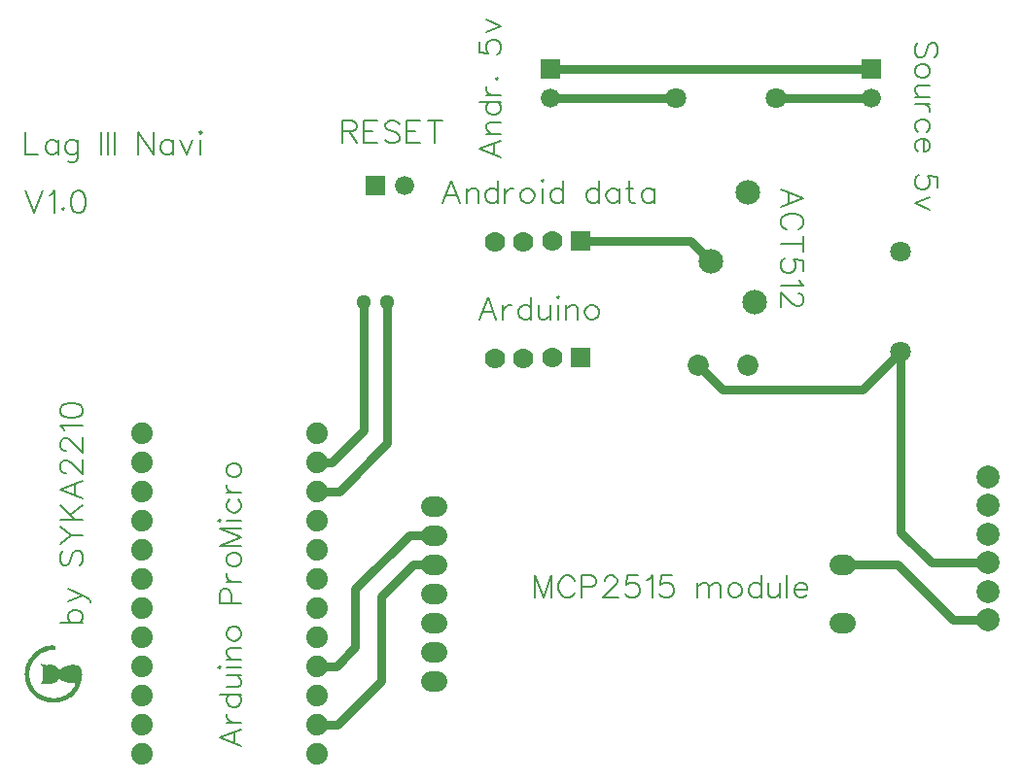
<source format=gtl>
G04 Layer: TopLayer*
G04 EasyEDA v6.4.19.5, 2021-06-12T21:58:25+03:00*
G04 1ff6661c721349f79f7509290fd69735,53ba2d9ccfca4158b71df57a2e042f82,10*
G04 Gerber Generator version 0.2*
G04 Scale: 100 percent, Rotated: No, Reflected: No *
G04 Dimensions in millimeters *
G04 leading zeros omitted , absolute positions ,4 integer and 5 decimal *
%FSLAX45Y45*%
%MOMM*%

%ADD11C,0.8000*%
%ADD12C,0.2032*%
%ADD13C,1.8000*%
%ADD14C,1.8796*%
%ADD15R,1.6764X1.6764*%
%ADD16C,1.6764*%
%ADD17C,1.3000*%
%ADD18C,2.0000*%
%ADD19R,1.7780X1.7780*%
%ADD20C,1.7780*%
%ADD21C,2.1501*%
%ADD22C,1.8499*%

%LPD*%
G36*
X488543Y-5533847D02*
G01*
X482955Y-5534050D01*
X476656Y-5534558D01*
X462330Y-5536539D01*
X446735Y-5539486D01*
X430936Y-5543245D01*
X416051Y-5547563D01*
X409295Y-5549798D01*
X397764Y-5554421D01*
X386994Y-5559501D01*
X376326Y-5565292D01*
X365810Y-5571642D01*
X355498Y-5578602D01*
X345389Y-5586069D01*
X335635Y-5593994D01*
X326237Y-5602376D01*
X317296Y-5611164D01*
X308813Y-5620258D01*
X300888Y-5629656D01*
X293522Y-5639308D01*
X286512Y-5649620D01*
X279806Y-5660796D01*
X273710Y-5672226D01*
X268224Y-5684012D01*
X263347Y-5696000D01*
X259130Y-5708243D01*
X255524Y-5720689D01*
X252526Y-5733338D01*
X250240Y-5746038D01*
X248564Y-5758840D01*
X247548Y-5771743D01*
X247192Y-5784646D01*
X247497Y-5797499D01*
X248513Y-5810351D01*
X250190Y-5823102D01*
X252577Y-5835751D01*
X255625Y-5848248D01*
X259283Y-5860592D01*
X263550Y-5872581D01*
X268376Y-5884316D01*
X273761Y-5895695D01*
X279654Y-5906719D01*
X286054Y-5917438D01*
X292963Y-5927750D01*
X300380Y-5937707D01*
X308254Y-5947257D01*
X316585Y-5956401D01*
X325374Y-5965088D01*
X334568Y-5973368D01*
X344170Y-5981192D01*
X354177Y-5988507D01*
X364591Y-5995365D01*
X375361Y-6001715D01*
X386486Y-6007557D01*
X397916Y-6012891D01*
X409701Y-6017615D01*
X421792Y-6021832D01*
X434136Y-6025438D01*
X446430Y-6028385D01*
X458419Y-6030671D01*
X470357Y-6032296D01*
X482295Y-6033312D01*
X494182Y-6033770D01*
X505968Y-6033668D01*
X517702Y-6032957D01*
X529285Y-6031738D01*
X540766Y-6029909D01*
X552145Y-6027623D01*
X563372Y-6024727D01*
X574395Y-6021374D01*
X585216Y-6017514D01*
X595884Y-6013145D01*
X606298Y-6008319D01*
X616508Y-6002985D01*
X626414Y-5997244D01*
X636066Y-5990996D01*
X645464Y-5984341D01*
X654558Y-5977280D01*
X663295Y-5969762D01*
X671728Y-5961888D01*
X679754Y-5953556D01*
X687476Y-5944870D01*
X694791Y-5935827D01*
X701700Y-5926378D01*
X708152Y-5916625D01*
X714197Y-5906465D01*
X719785Y-5896051D01*
X724916Y-5885281D01*
X729538Y-5874207D01*
X733704Y-5862828D01*
X737311Y-5851144D01*
X740359Y-5839206D01*
X743356Y-5824677D01*
X745744Y-5808472D01*
X746556Y-5800801D01*
X747268Y-5786170D01*
X746861Y-5772658D01*
X746252Y-5766308D01*
X745337Y-5760212D01*
X744169Y-5754471D01*
X742746Y-5748985D01*
X741019Y-5743803D01*
X739038Y-5738926D01*
X736803Y-5734405D01*
X734314Y-5730138D01*
X731520Y-5726176D01*
X728472Y-5722569D01*
X725170Y-5719318D01*
X721614Y-5716320D01*
X717753Y-5713730D01*
X713689Y-5711444D01*
X709320Y-5709513D01*
X704697Y-5707888D01*
X699109Y-5706414D01*
X693267Y-5705195D01*
X687222Y-5704281D01*
X680923Y-5703671D01*
X674522Y-5703316D01*
X667969Y-5703214D01*
X654608Y-5703824D01*
X641045Y-5705398D01*
X627583Y-5707938D01*
X614375Y-5711393D01*
X607974Y-5713374D01*
X601726Y-5715609D01*
X589889Y-5720638D01*
X584301Y-5723432D01*
X578967Y-5726430D01*
X573989Y-5729579D01*
X569366Y-5732881D01*
X565048Y-5736336D01*
X555701Y-5745022D01*
X551688Y-5747918D01*
X549046Y-5748731D01*
X547674Y-5747410D01*
X545693Y-5743549D01*
X542239Y-5738774D01*
X537667Y-5733440D01*
X532231Y-5727852D01*
X526389Y-5722416D01*
X520446Y-5717438D01*
X514705Y-5713222D01*
X509524Y-5710072D01*
X503021Y-5707227D01*
X495960Y-5704840D01*
X488543Y-5703062D01*
X480974Y-5701842D01*
X473405Y-5701233D01*
X466090Y-5701233D01*
X459079Y-5701893D01*
X446024Y-5704636D01*
X439826Y-5704992D01*
X433374Y-5704179D01*
X420319Y-5700572D01*
X407466Y-5697524D01*
X395630Y-5695442D01*
X391109Y-5694934D01*
X388112Y-5694883D01*
X386994Y-5695391D01*
X389940Y-5703062D01*
X400100Y-5727344D01*
X402437Y-5733542D01*
X404114Y-5739028D01*
X405180Y-5744311D01*
X405739Y-5749798D01*
X405892Y-5756046D01*
X404672Y-5785002D01*
X404672Y-5796483D01*
X405231Y-5805982D01*
X405688Y-5809589D01*
X407212Y-5818174D01*
X406450Y-5824880D01*
X403504Y-5833719D01*
X387908Y-5869330D01*
X386994Y-5871972D01*
X387959Y-5872937D01*
X390499Y-5873546D01*
X394411Y-5873750D01*
X399338Y-5873648D01*
X411226Y-5872378D01*
X417525Y-5871260D01*
X427228Y-5869178D01*
X436422Y-5867958D01*
X447446Y-5867146D01*
X458876Y-5866841D01*
X471119Y-5867044D01*
X482600Y-5866638D01*
X487476Y-5866130D01*
X491998Y-5865317D01*
X496214Y-5864301D01*
X500278Y-5862929D01*
X504291Y-5861304D01*
X509574Y-5858510D01*
X515315Y-5854649D01*
X521309Y-5850026D01*
X527253Y-5844743D01*
X532942Y-5839155D01*
X538124Y-5833465D01*
X542544Y-5827826D01*
X545947Y-5822543D01*
X548030Y-5820105D01*
X550976Y-5820257D01*
X555752Y-5823508D01*
X567588Y-5833922D01*
X576580Y-5840628D01*
X581406Y-5843676D01*
X586384Y-5846470D01*
X591616Y-5849061D01*
X602691Y-5853582D01*
X608533Y-5855512D01*
X620979Y-5858713D01*
X634339Y-5861050D01*
X641451Y-5861964D01*
X656386Y-5863082D01*
X678383Y-5864352D01*
X682752Y-5865063D01*
X685800Y-5866079D01*
X687578Y-5867603D01*
X688136Y-5869686D01*
X687578Y-5872530D01*
X686054Y-5876188D01*
X680161Y-5886551D01*
X673100Y-5898184D01*
X666191Y-5907836D01*
X658012Y-5917793D01*
X648868Y-5927699D01*
X639064Y-5937300D01*
X628853Y-5946394D01*
X618490Y-5954623D01*
X608330Y-5961735D01*
X598220Y-5967730D01*
X587756Y-5973114D01*
X577088Y-5977890D01*
X566216Y-5982004D01*
X555193Y-5985510D01*
X544068Y-5988354D01*
X532841Y-5990590D01*
X521563Y-5992215D01*
X510235Y-5993231D01*
X498856Y-5993587D01*
X487527Y-5993384D01*
X476250Y-5992520D01*
X465023Y-5991098D01*
X453847Y-5989066D01*
X442823Y-5986424D01*
X431901Y-5983173D01*
X421182Y-5979363D01*
X410667Y-5974943D01*
X400354Y-5969914D01*
X390296Y-5964326D01*
X380492Y-5958179D01*
X370992Y-5951423D01*
X361848Y-5944158D01*
X353009Y-5936284D01*
X344424Y-5927648D01*
X336245Y-5918504D01*
X328726Y-5909005D01*
X321818Y-5899150D01*
X315518Y-5889040D01*
X309880Y-5878677D01*
X304850Y-5868060D01*
X300431Y-5857240D01*
X296672Y-5846267D01*
X293522Y-5835142D01*
X291033Y-5823915D01*
X289153Y-5812536D01*
X287883Y-5801106D01*
X287274Y-5789676D01*
X287274Y-5778195D01*
X287934Y-5766714D01*
X289204Y-5755335D01*
X291084Y-5743956D01*
X293624Y-5732729D01*
X296773Y-5721604D01*
X300583Y-5710580D01*
X305003Y-5699810D01*
X310032Y-5689193D01*
X315722Y-5678830D01*
X322021Y-5668721D01*
X328930Y-5658916D01*
X336499Y-5649417D01*
X344678Y-5640222D01*
X353517Y-5631434D01*
X362813Y-5623153D01*
X372465Y-5615533D01*
X382473Y-5608472D01*
X392836Y-5602071D01*
X403504Y-5596280D01*
X414426Y-5591149D01*
X425653Y-5586679D01*
X437134Y-5582869D01*
X448818Y-5579770D01*
X460756Y-5577332D01*
X472846Y-5575554D01*
X491134Y-5573623D01*
X500176Y-5571896D01*
X506628Y-5569610D01*
X510895Y-5566664D01*
X513943Y-5562955D01*
X515924Y-5559196D01*
X516940Y-5555437D01*
X516940Y-5551728D01*
X516026Y-5548172D01*
X514248Y-5544820D01*
X511708Y-5541772D01*
X508355Y-5539130D01*
X504342Y-5536946D01*
X499668Y-5535269D01*
X494385Y-5534202D01*
G37*
D12*
X3009900Y-963421D02*
G01*
X3009900Y-1157223D01*
X3009900Y-963421D02*
G01*
X3092958Y-963421D01*
X3120643Y-972565D01*
X3130041Y-981710D01*
X3139186Y-1000252D01*
X3139186Y-1018794D01*
X3130041Y-1037336D01*
X3120643Y-1046479D01*
X3092958Y-1055623D01*
X3009900Y-1055623D01*
X3074670Y-1055623D02*
G01*
X3139186Y-1157223D01*
X3200145Y-963421D02*
G01*
X3200145Y-1157223D01*
X3200145Y-963421D02*
G01*
X3320288Y-963421D01*
X3200145Y-1055623D02*
G01*
X3274059Y-1055623D01*
X3200145Y-1157223D02*
G01*
X3320288Y-1157223D01*
X3510534Y-991107D02*
G01*
X3491991Y-972565D01*
X3464306Y-963421D01*
X3427475Y-963421D01*
X3399790Y-972565D01*
X3381247Y-991107D01*
X3381247Y-1009650D01*
X3390391Y-1027937D01*
X3399790Y-1037336D01*
X3418077Y-1046479D01*
X3473450Y-1065021D01*
X3491991Y-1074165D01*
X3501390Y-1083310D01*
X3510534Y-1101852D01*
X3510534Y-1129537D01*
X3491991Y-1148079D01*
X3464306Y-1157223D01*
X3427475Y-1157223D01*
X3399790Y-1148079D01*
X3381247Y-1129537D01*
X3571493Y-963421D02*
G01*
X3571493Y-1157223D01*
X3571493Y-963421D02*
G01*
X3691636Y-963421D01*
X3571493Y-1055623D02*
G01*
X3645408Y-1055623D01*
X3571493Y-1157223D02*
G01*
X3691636Y-1157223D01*
X3817111Y-963421D02*
G01*
X3817111Y-1157223D01*
X3752595Y-963421D02*
G01*
X3881881Y-963421D01*
X4686300Y-4925821D02*
G01*
X4686300Y-5119623D01*
X4686300Y-4925821D02*
G01*
X4760213Y-5119623D01*
X4834127Y-4925821D02*
G01*
X4760213Y-5119623D01*
X4834127Y-4925821D02*
G01*
X4834127Y-5119623D01*
X5033518Y-4972050D02*
G01*
X5024374Y-4953507D01*
X5005831Y-4934965D01*
X4987290Y-4925821D01*
X4950459Y-4925821D01*
X4931918Y-4934965D01*
X4913629Y-4953507D01*
X4904231Y-4972050D01*
X4895088Y-4999736D01*
X4895088Y-5045710D01*
X4904231Y-5073650D01*
X4913629Y-5091937D01*
X4931918Y-5110479D01*
X4950459Y-5119623D01*
X4987290Y-5119623D01*
X5005831Y-5110479D01*
X5024374Y-5091937D01*
X5033518Y-5073650D01*
X5094477Y-4925821D02*
G01*
X5094477Y-5119623D01*
X5094477Y-4925821D02*
G01*
X5177790Y-4925821D01*
X5205475Y-4934965D01*
X5214620Y-4944110D01*
X5223763Y-4962652D01*
X5223763Y-4990337D01*
X5214620Y-5008879D01*
X5205475Y-5018023D01*
X5177790Y-5027421D01*
X5094477Y-5027421D01*
X5294122Y-4972050D02*
G01*
X5294122Y-4962652D01*
X5303265Y-4944110D01*
X5312409Y-4934965D01*
X5330952Y-4925821D01*
X5368036Y-4925821D01*
X5386324Y-4934965D01*
X5395722Y-4944110D01*
X5404865Y-4962652D01*
X5404865Y-4981194D01*
X5395722Y-4999736D01*
X5377179Y-5027421D01*
X5284724Y-5119623D01*
X5414009Y-5119623D01*
X5585968Y-4925821D02*
G01*
X5493511Y-4925821D01*
X5484368Y-5008879D01*
X5493511Y-4999736D01*
X5521197Y-4990337D01*
X5548884Y-4990337D01*
X5576570Y-4999736D01*
X5595111Y-5018023D01*
X5604509Y-5045710D01*
X5604509Y-5064252D01*
X5595111Y-5091937D01*
X5576570Y-5110479D01*
X5548884Y-5119623D01*
X5521197Y-5119623D01*
X5493511Y-5110479D01*
X5484368Y-5101336D01*
X5474970Y-5082794D01*
X5665470Y-4962652D02*
G01*
X5683758Y-4953507D01*
X5711443Y-4925821D01*
X5711443Y-5119623D01*
X5883402Y-4925821D02*
G01*
X5790945Y-4925821D01*
X5781802Y-5008879D01*
X5790945Y-4999736D01*
X5818631Y-4990337D01*
X5846318Y-4990337D01*
X5874004Y-4999736D01*
X5892545Y-5018023D01*
X5901690Y-5045710D01*
X5901690Y-5064252D01*
X5892545Y-5091937D01*
X5874004Y-5110479D01*
X5846318Y-5119623D01*
X5818631Y-5119623D01*
X5790945Y-5110479D01*
X5781802Y-5101336D01*
X5772404Y-5082794D01*
X6104890Y-4990337D02*
G01*
X6104890Y-5119623D01*
X6104890Y-5027421D02*
G01*
X6132829Y-4999736D01*
X6151118Y-4990337D01*
X6178804Y-4990337D01*
X6197345Y-4999736D01*
X6206490Y-5027421D01*
X6206490Y-5119623D01*
X6206490Y-5027421D02*
G01*
X6234429Y-4999736D01*
X6252718Y-4990337D01*
X6280404Y-4990337D01*
X6298945Y-4999736D01*
X6308090Y-5027421D01*
X6308090Y-5119623D01*
X6415277Y-4990337D02*
G01*
X6396990Y-4999736D01*
X6378447Y-5018023D01*
X6369050Y-5045710D01*
X6369050Y-5064252D01*
X6378447Y-5091937D01*
X6396990Y-5110479D01*
X6415277Y-5119623D01*
X6442963Y-5119623D01*
X6461506Y-5110479D01*
X6480047Y-5091937D01*
X6489191Y-5064252D01*
X6489191Y-5045710D01*
X6480047Y-5018023D01*
X6461506Y-4999736D01*
X6442963Y-4990337D01*
X6415277Y-4990337D01*
X6661150Y-4925821D02*
G01*
X6661150Y-5119623D01*
X6661150Y-5018023D02*
G01*
X6642608Y-4999736D01*
X6624065Y-4990337D01*
X6596379Y-4990337D01*
X6577838Y-4999736D01*
X6559550Y-5018023D01*
X6550152Y-5045710D01*
X6550152Y-5064252D01*
X6559550Y-5091937D01*
X6577838Y-5110479D01*
X6596379Y-5119623D01*
X6624065Y-5119623D01*
X6642608Y-5110479D01*
X6661150Y-5091937D01*
X6722109Y-4990337D02*
G01*
X6722109Y-5082794D01*
X6731254Y-5110479D01*
X6749795Y-5119623D01*
X6777481Y-5119623D01*
X6795770Y-5110479D01*
X6823709Y-5082794D01*
X6823709Y-4990337D02*
G01*
X6823709Y-5119623D01*
X6884670Y-4925821D02*
G01*
X6884670Y-5119623D01*
X6945629Y-5045710D02*
G01*
X7056374Y-5045710D01*
X7056374Y-5027421D01*
X7047229Y-5008879D01*
X7037831Y-4999736D01*
X7019290Y-4990337D01*
X6991604Y-4990337D01*
X6973315Y-4999736D01*
X6954774Y-5018023D01*
X6945629Y-5045710D01*
X6945629Y-5064252D01*
X6954774Y-5091937D01*
X6973315Y-5110479D01*
X6991604Y-5119623D01*
X7019290Y-5119623D01*
X7037831Y-5110479D01*
X7056374Y-5091937D01*
X7024877Y-1636013D02*
G01*
X6831075Y-1562100D01*
X7024877Y-1636013D02*
G01*
X6831075Y-1709928D01*
X6895591Y-1589786D02*
G01*
X6895591Y-1682242D01*
X6978650Y-1909318D02*
G01*
X6997191Y-1900173D01*
X7015734Y-1881631D01*
X7024877Y-1863089D01*
X7024877Y-1826260D01*
X7015734Y-1807718D01*
X6997191Y-1789429D01*
X6978650Y-1780031D01*
X6950963Y-1770887D01*
X6904990Y-1770887D01*
X6877050Y-1780031D01*
X6858761Y-1789429D01*
X6840220Y-1807718D01*
X6831075Y-1826260D01*
X6831075Y-1863089D01*
X6840220Y-1881631D01*
X6858761Y-1900173D01*
X6877050Y-1909318D01*
X7024877Y-2035047D02*
G01*
X6831075Y-2035047D01*
X7024877Y-1970278D02*
G01*
X7024877Y-2099563D01*
X7024877Y-2271521D02*
G01*
X7024877Y-2179065D01*
X6941820Y-2169921D01*
X6950963Y-2179065D01*
X6960361Y-2206752D01*
X6960361Y-2234437D01*
X6950963Y-2262123D01*
X6932675Y-2280665D01*
X6904990Y-2289810D01*
X6886447Y-2289810D01*
X6858761Y-2280665D01*
X6840220Y-2262123D01*
X6831075Y-2234437D01*
X6831075Y-2206752D01*
X6840220Y-2179065D01*
X6849363Y-2169921D01*
X6867906Y-2160523D01*
X6988047Y-2350770D02*
G01*
X6997191Y-2369312D01*
X7024877Y-2396997D01*
X6831075Y-2396997D01*
X6978650Y-2467355D02*
G01*
X6988047Y-2467355D01*
X7006590Y-2476500D01*
X7015734Y-2485644D01*
X7024877Y-2504186D01*
X7024877Y-2541270D01*
X7015734Y-2559557D01*
X7006590Y-2568955D01*
X6988047Y-2578100D01*
X6969506Y-2578100D01*
X6950963Y-2568955D01*
X6923277Y-2550413D01*
X6831075Y-2457957D01*
X6831075Y-2587244D01*
X8165591Y-408686D02*
G01*
X8184134Y-390144D01*
X8193277Y-362457D01*
X8193277Y-325628D01*
X8184134Y-297942D01*
X8165591Y-279400D01*
X8147050Y-279400D01*
X8128761Y-288544D01*
X8119363Y-297942D01*
X8110220Y-316229D01*
X8091677Y-371855D01*
X8082534Y-390144D01*
X8073390Y-399542D01*
X8054847Y-408686D01*
X8027161Y-408686D01*
X8008620Y-390144D01*
X7999475Y-362457D01*
X7999475Y-325628D01*
X8008620Y-297942D01*
X8027161Y-279400D01*
X8128761Y-515873D02*
G01*
X8119363Y-497331D01*
X8101075Y-478789D01*
X8073390Y-469645D01*
X8054847Y-469645D01*
X8027161Y-478789D01*
X8008620Y-497331D01*
X7999475Y-515873D01*
X7999475Y-543560D01*
X8008620Y-562102D01*
X8027161Y-580389D01*
X8054847Y-589787D01*
X8073390Y-589787D01*
X8101075Y-580389D01*
X8119363Y-562102D01*
X8128761Y-543560D01*
X8128761Y-515873D01*
X8128761Y-650747D02*
G01*
X8036306Y-650747D01*
X8008620Y-659892D01*
X7999475Y-678434D01*
X7999475Y-706120D01*
X8008620Y-724662D01*
X8036306Y-752347D01*
X8128761Y-752347D02*
G01*
X7999475Y-752347D01*
X8128761Y-813307D02*
G01*
X7999475Y-813307D01*
X8073390Y-813307D02*
G01*
X8101075Y-822452D01*
X8119363Y-840994D01*
X8128761Y-859536D01*
X8128761Y-887221D01*
X8101075Y-1058926D02*
G01*
X8119363Y-1040384D01*
X8128761Y-1022095D01*
X8128761Y-994410D01*
X8119363Y-975868D01*
X8101075Y-957326D01*
X8073390Y-948181D01*
X8054847Y-948181D01*
X8027161Y-957326D01*
X8008620Y-975868D01*
X7999475Y-994410D01*
X7999475Y-1022095D01*
X8008620Y-1040384D01*
X8027161Y-1058926D01*
X8073390Y-1119886D02*
G01*
X8073390Y-1230629D01*
X8091677Y-1230629D01*
X8110220Y-1221486D01*
X8119363Y-1212342D01*
X8128761Y-1193800D01*
X8128761Y-1166113D01*
X8119363Y-1147571D01*
X8101075Y-1129029D01*
X8073390Y-1119886D01*
X8054847Y-1119886D01*
X8027161Y-1129029D01*
X8008620Y-1147571D01*
X7999475Y-1166113D01*
X7999475Y-1193800D01*
X8008620Y-1212342D01*
X8027161Y-1230629D01*
X8193277Y-1544828D02*
G01*
X8193277Y-1452371D01*
X8110220Y-1443228D01*
X8119363Y-1452371D01*
X8128761Y-1480057D01*
X8128761Y-1507744D01*
X8119363Y-1535429D01*
X8101075Y-1553971D01*
X8073390Y-1563370D01*
X8054847Y-1563370D01*
X8027161Y-1553971D01*
X8008620Y-1535429D01*
X7999475Y-1507744D01*
X7999475Y-1480057D01*
X8008620Y-1452371D01*
X8017763Y-1443228D01*
X8036306Y-1433829D01*
X8128761Y-1624329D02*
G01*
X7999475Y-1679702D01*
X8128761Y-1735073D02*
G01*
X7999475Y-1679702D01*
X4201922Y-1208786D02*
G01*
X4395724Y-1282700D01*
X4201922Y-1208786D02*
G01*
X4395724Y-1134871D01*
X4331208Y-1255013D02*
G01*
X4331208Y-1162557D01*
X4266438Y-1073912D02*
G01*
X4395724Y-1073912D01*
X4303522Y-1073912D02*
G01*
X4275836Y-1046226D01*
X4266438Y-1027684D01*
X4266438Y-999997D01*
X4275836Y-981710D01*
X4303522Y-972312D01*
X4395724Y-972312D01*
X4201922Y-800607D02*
G01*
X4395724Y-800607D01*
X4294124Y-800607D02*
G01*
X4275836Y-819150D01*
X4266438Y-837437D01*
X4266438Y-865123D01*
X4275836Y-883665D01*
X4294124Y-902207D01*
X4321809Y-911352D01*
X4340352Y-911352D01*
X4368038Y-902207D01*
X4386579Y-883665D01*
X4395724Y-865123D01*
X4395724Y-837437D01*
X4386579Y-819150D01*
X4368038Y-800607D01*
X4266438Y-739647D02*
G01*
X4395724Y-739647D01*
X4321809Y-739647D02*
G01*
X4294124Y-730250D01*
X4275836Y-711962D01*
X4266438Y-693420D01*
X4266438Y-665734D01*
X4349750Y-595629D02*
G01*
X4358893Y-604773D01*
X4368038Y-595629D01*
X4358893Y-586231D01*
X4349750Y-595629D01*
X4201922Y-272287D02*
G01*
X4201922Y-364489D01*
X4284979Y-373887D01*
X4275836Y-364489D01*
X4266438Y-336804D01*
X4266438Y-309118D01*
X4275836Y-281431D01*
X4294124Y-262889D01*
X4321809Y-253745D01*
X4340352Y-253745D01*
X4368038Y-262889D01*
X4386579Y-281431D01*
X4395724Y-309118D01*
X4395724Y-336804D01*
X4386579Y-364489D01*
X4377436Y-373887D01*
X4358893Y-383031D01*
X4266438Y-192786D02*
G01*
X4395724Y-137413D01*
X4266438Y-82042D02*
G01*
X4395724Y-137413D01*
X4277613Y-2500121D02*
G01*
X4203700Y-2693923D01*
X4277613Y-2500121D02*
G01*
X4351527Y-2693923D01*
X4231386Y-2629407D02*
G01*
X4323841Y-2629407D01*
X4412488Y-2564637D02*
G01*
X4412488Y-2693923D01*
X4412488Y-2620010D02*
G01*
X4421631Y-2592323D01*
X4440174Y-2574036D01*
X4458715Y-2564637D01*
X4486402Y-2564637D01*
X4658106Y-2500121D02*
G01*
X4658106Y-2693923D01*
X4658106Y-2592323D02*
G01*
X4639563Y-2574036D01*
X4621275Y-2564637D01*
X4593590Y-2564637D01*
X4575047Y-2574036D01*
X4556506Y-2592323D01*
X4547361Y-2620010D01*
X4547361Y-2638552D01*
X4556506Y-2666237D01*
X4575047Y-2684779D01*
X4593590Y-2693923D01*
X4621275Y-2693923D01*
X4639563Y-2684779D01*
X4658106Y-2666237D01*
X4719065Y-2564637D02*
G01*
X4719065Y-2657094D01*
X4728209Y-2684779D01*
X4746752Y-2693923D01*
X4774438Y-2693923D01*
X4792979Y-2684779D01*
X4820665Y-2657094D01*
X4820665Y-2564637D02*
G01*
X4820665Y-2693923D01*
X4881625Y-2500121D02*
G01*
X4890770Y-2509265D01*
X4900168Y-2500121D01*
X4890770Y-2490723D01*
X4881625Y-2500121D01*
X4890770Y-2564637D02*
G01*
X4890770Y-2693923D01*
X4961127Y-2564637D02*
G01*
X4961127Y-2693923D01*
X4961127Y-2601721D02*
G01*
X4988813Y-2574036D01*
X5007356Y-2564637D01*
X5035041Y-2564637D01*
X5053329Y-2574036D01*
X5062727Y-2601721D01*
X5062727Y-2693923D01*
X5169915Y-2564637D02*
G01*
X5151374Y-2574036D01*
X5132831Y-2592323D01*
X5123688Y-2620010D01*
X5123688Y-2638552D01*
X5132831Y-2666237D01*
X5151374Y-2684779D01*
X5169915Y-2693923D01*
X5197602Y-2693923D01*
X5215890Y-2684779D01*
X5234431Y-2666237D01*
X5243829Y-2638552D01*
X5243829Y-2620010D01*
X5234431Y-2592323D01*
X5215890Y-2574036D01*
X5197602Y-2564637D01*
X5169915Y-2564637D01*
X3960113Y-1484121D02*
G01*
X3886200Y-1677923D01*
X3960113Y-1484121D02*
G01*
X4034027Y-1677923D01*
X3913886Y-1613407D02*
G01*
X4006341Y-1613407D01*
X4094988Y-1548637D02*
G01*
X4094988Y-1677923D01*
X4094988Y-1585721D02*
G01*
X4122674Y-1558036D01*
X4141215Y-1548637D01*
X4168902Y-1548637D01*
X4187190Y-1558036D01*
X4196588Y-1585721D01*
X4196588Y-1677923D01*
X4368291Y-1484121D02*
G01*
X4368291Y-1677923D01*
X4368291Y-1576323D02*
G01*
X4349750Y-1558036D01*
X4331461Y-1548637D01*
X4303775Y-1548637D01*
X4285234Y-1558036D01*
X4266691Y-1576323D01*
X4257547Y-1604010D01*
X4257547Y-1622552D01*
X4266691Y-1650237D01*
X4285234Y-1668779D01*
X4303775Y-1677923D01*
X4331461Y-1677923D01*
X4349750Y-1668779D01*
X4368291Y-1650237D01*
X4429252Y-1548637D02*
G01*
X4429252Y-1677923D01*
X4429252Y-1604010D02*
G01*
X4438650Y-1576323D01*
X4456938Y-1558036D01*
X4475479Y-1548637D01*
X4503165Y-1548637D01*
X4610354Y-1548637D02*
G01*
X4591811Y-1558036D01*
X4573270Y-1576323D01*
X4564125Y-1604010D01*
X4564125Y-1622552D01*
X4573270Y-1650237D01*
X4591811Y-1668779D01*
X4610354Y-1677923D01*
X4638040Y-1677923D01*
X4656581Y-1668779D01*
X4674870Y-1650237D01*
X4684268Y-1622552D01*
X4684268Y-1604010D01*
X4674870Y-1576323D01*
X4656581Y-1558036D01*
X4638040Y-1548637D01*
X4610354Y-1548637D01*
X4745227Y-1484121D02*
G01*
X4754372Y-1493265D01*
X4763770Y-1484121D01*
X4754372Y-1474723D01*
X4745227Y-1484121D01*
X4754372Y-1548637D02*
G01*
X4754372Y-1677923D01*
X4935474Y-1484121D02*
G01*
X4935474Y-1677923D01*
X4935474Y-1576323D02*
G01*
X4916931Y-1558036D01*
X4898390Y-1548637D01*
X4870704Y-1548637D01*
X4852415Y-1558036D01*
X4833874Y-1576323D01*
X4824729Y-1604010D01*
X4824729Y-1622552D01*
X4833874Y-1650237D01*
X4852415Y-1668779D01*
X4870704Y-1677923D01*
X4898390Y-1677923D01*
X4916931Y-1668779D01*
X4935474Y-1650237D01*
X5249418Y-1484121D02*
G01*
X5249418Y-1677923D01*
X5249418Y-1576323D02*
G01*
X5231129Y-1558036D01*
X5212588Y-1548637D01*
X5184902Y-1548637D01*
X5166359Y-1558036D01*
X5147818Y-1576323D01*
X5138674Y-1604010D01*
X5138674Y-1622552D01*
X5147818Y-1650237D01*
X5166359Y-1668779D01*
X5184902Y-1677923D01*
X5212588Y-1677923D01*
X5231129Y-1668779D01*
X5249418Y-1650237D01*
X5421375Y-1548637D02*
G01*
X5421375Y-1677923D01*
X5421375Y-1576323D02*
G01*
X5402834Y-1558036D01*
X5384291Y-1548637D01*
X5356606Y-1548637D01*
X5338063Y-1558036D01*
X5319775Y-1576323D01*
X5310377Y-1604010D01*
X5310377Y-1622552D01*
X5319775Y-1650237D01*
X5338063Y-1668779D01*
X5356606Y-1677923D01*
X5384291Y-1677923D01*
X5402834Y-1668779D01*
X5421375Y-1650237D01*
X5510022Y-1484121D02*
G01*
X5510022Y-1641094D01*
X5519165Y-1668779D01*
X5537708Y-1677923D01*
X5556250Y-1677923D01*
X5482336Y-1548637D02*
G01*
X5546852Y-1548637D01*
X5727954Y-1548637D02*
G01*
X5727954Y-1677923D01*
X5727954Y-1576323D02*
G01*
X5709411Y-1558036D01*
X5690870Y-1548637D01*
X5663184Y-1548637D01*
X5644895Y-1558036D01*
X5626354Y-1576323D01*
X5617209Y-1604010D01*
X5617209Y-1622552D01*
X5626354Y-1650237D01*
X5644895Y-1668779D01*
X5663184Y-1677923D01*
X5690870Y-1677923D01*
X5709411Y-1668779D01*
X5727954Y-1650237D01*
X1941322Y-6339586D02*
G01*
X2135124Y-6413500D01*
X1941322Y-6339586D02*
G01*
X2135124Y-6265671D01*
X2070608Y-6385813D02*
G01*
X2070608Y-6293357D01*
X2005838Y-6204712D02*
G01*
X2135124Y-6204712D01*
X2061209Y-6204712D02*
G01*
X2033524Y-6195568D01*
X2015236Y-6177026D01*
X2005838Y-6158484D01*
X2005838Y-6130797D01*
X1941322Y-5959094D02*
G01*
X2135124Y-5959094D01*
X2033524Y-5959094D02*
G01*
X2015236Y-5977636D01*
X2005838Y-5995923D01*
X2005838Y-6023610D01*
X2015236Y-6042152D01*
X2033524Y-6060694D01*
X2061209Y-6069837D01*
X2079752Y-6069837D01*
X2107438Y-6060694D01*
X2125979Y-6042152D01*
X2135124Y-6023610D01*
X2135124Y-5995923D01*
X2125979Y-5977636D01*
X2107438Y-5959094D01*
X2005838Y-5898134D02*
G01*
X2098293Y-5898134D01*
X2125979Y-5888989D01*
X2135124Y-5870447D01*
X2135124Y-5842762D01*
X2125979Y-5824220D01*
X2098293Y-5796534D01*
X2005838Y-5796534D02*
G01*
X2135124Y-5796534D01*
X1941322Y-5735573D02*
G01*
X1950465Y-5726429D01*
X1941322Y-5717031D01*
X1931924Y-5726429D01*
X1941322Y-5735573D01*
X2005838Y-5726429D02*
G01*
X2135124Y-5726429D01*
X2005838Y-5656071D02*
G01*
X2135124Y-5656071D01*
X2042922Y-5656071D02*
G01*
X2015236Y-5628386D01*
X2005838Y-5609844D01*
X2005838Y-5582157D01*
X2015236Y-5563870D01*
X2042922Y-5554471D01*
X2135124Y-5554471D01*
X2005838Y-5447284D02*
G01*
X2015236Y-5465826D01*
X2033524Y-5484368D01*
X2061209Y-5493512D01*
X2079752Y-5493512D01*
X2107438Y-5484368D01*
X2125979Y-5465826D01*
X2135124Y-5447284D01*
X2135124Y-5419597D01*
X2125979Y-5401310D01*
X2107438Y-5382768D01*
X2079752Y-5373370D01*
X2061209Y-5373370D01*
X2033524Y-5382768D01*
X2015236Y-5401310D01*
X2005838Y-5419597D01*
X2005838Y-5447284D01*
X1941322Y-5170170D02*
G01*
X2135124Y-5170170D01*
X1941322Y-5170170D02*
G01*
X1941322Y-5087112D01*
X1950465Y-5059426D01*
X1959609Y-5050281D01*
X1978152Y-5040884D01*
X2005838Y-5040884D01*
X2024379Y-5050281D01*
X2033524Y-5059426D01*
X2042922Y-5087112D01*
X2042922Y-5170170D01*
X2005838Y-4979923D02*
G01*
X2135124Y-4979923D01*
X2061209Y-4979923D02*
G01*
X2033524Y-4970779D01*
X2015236Y-4952237D01*
X2005838Y-4933950D01*
X2005838Y-4906010D01*
X2005838Y-4799076D02*
G01*
X2015236Y-4817363D01*
X2033524Y-4835905D01*
X2061209Y-4845050D01*
X2079752Y-4845050D01*
X2107438Y-4835905D01*
X2125979Y-4817363D01*
X2135124Y-4799076D01*
X2135124Y-4771389D01*
X2125979Y-4752847D01*
X2107438Y-4734305D01*
X2079752Y-4725162D01*
X2061209Y-4725162D01*
X2033524Y-4734305D01*
X2015236Y-4752847D01*
X2005838Y-4771389D01*
X2005838Y-4799076D01*
X1941322Y-4664202D02*
G01*
X2135124Y-4664202D01*
X1941322Y-4664202D02*
G01*
X2135124Y-4590287D01*
X1941322Y-4516373D02*
G01*
X2135124Y-4590287D01*
X1941322Y-4516373D02*
G01*
X2135124Y-4516373D01*
X1941322Y-4455413D02*
G01*
X1950465Y-4446270D01*
X1941322Y-4436871D01*
X1931924Y-4446270D01*
X1941322Y-4455413D01*
X2005838Y-4446270D02*
G01*
X2135124Y-4446270D01*
X2033524Y-4265168D02*
G01*
X2015236Y-4283710D01*
X2005838Y-4301997D01*
X2005838Y-4329684D01*
X2015236Y-4348226D01*
X2033524Y-4366768D01*
X2061209Y-4375912D01*
X2079752Y-4375912D01*
X2107438Y-4366768D01*
X2125979Y-4348226D01*
X2135124Y-4329684D01*
X2135124Y-4301997D01*
X2125979Y-4283710D01*
X2107438Y-4265168D01*
X2005838Y-4204207D02*
G01*
X2135124Y-4204207D01*
X2061209Y-4204207D02*
G01*
X2033524Y-4194810D01*
X2015236Y-4176521D01*
X2005838Y-4157979D01*
X2005838Y-4130294D01*
X2005838Y-4023105D02*
G01*
X2015236Y-4041647D01*
X2033524Y-4060189D01*
X2061209Y-4069334D01*
X2079752Y-4069334D01*
X2107438Y-4060189D01*
X2125979Y-4041647D01*
X2135124Y-4023105D01*
X2135124Y-3995420D01*
X2125979Y-3976878D01*
X2107438Y-3958589D01*
X2079752Y-3949192D01*
X2061209Y-3949192D01*
X2033524Y-3958589D01*
X2015236Y-3976878D01*
X2005838Y-3995420D01*
X2005838Y-4023105D01*
X254000Y-1065021D02*
G01*
X254000Y-1258823D01*
X254000Y-1258823D02*
G01*
X364744Y-1258823D01*
X536702Y-1129537D02*
G01*
X536702Y-1258823D01*
X536702Y-1157223D02*
G01*
X518160Y-1138936D01*
X499618Y-1129537D01*
X471931Y-1129537D01*
X453389Y-1138936D01*
X435102Y-1157223D01*
X425704Y-1184910D01*
X425704Y-1203452D01*
X435102Y-1231137D01*
X453389Y-1249679D01*
X471931Y-1258823D01*
X499618Y-1258823D01*
X518160Y-1249679D01*
X536702Y-1231137D01*
X708405Y-1129537D02*
G01*
X708405Y-1277365D01*
X699262Y-1305052D01*
X689863Y-1314450D01*
X671576Y-1323594D01*
X643889Y-1323594D01*
X625347Y-1314450D01*
X708405Y-1157223D02*
G01*
X689863Y-1138936D01*
X671576Y-1129537D01*
X643889Y-1129537D01*
X625347Y-1138936D01*
X606805Y-1157223D01*
X597662Y-1184910D01*
X597662Y-1203452D01*
X606805Y-1231137D01*
X625347Y-1249679D01*
X643889Y-1258823D01*
X671576Y-1258823D01*
X689863Y-1249679D01*
X708405Y-1231137D01*
X911605Y-1065021D02*
G01*
X911605Y-1258823D01*
X972565Y-1065021D02*
G01*
X972565Y-1258823D01*
X1033526Y-1065021D02*
G01*
X1033526Y-1258823D01*
X1236726Y-1065021D02*
G01*
X1236726Y-1258823D01*
X1236726Y-1065021D02*
G01*
X1366012Y-1258823D01*
X1366012Y-1065021D02*
G01*
X1366012Y-1258823D01*
X1537970Y-1129537D02*
G01*
X1537970Y-1258823D01*
X1537970Y-1157223D02*
G01*
X1519428Y-1138936D01*
X1500886Y-1129537D01*
X1473200Y-1129537D01*
X1454657Y-1138936D01*
X1436370Y-1157223D01*
X1426971Y-1184910D01*
X1426971Y-1203452D01*
X1436370Y-1231137D01*
X1454657Y-1249679D01*
X1473200Y-1258823D01*
X1500886Y-1258823D01*
X1519428Y-1249679D01*
X1537970Y-1231137D01*
X1598929Y-1129537D02*
G01*
X1654302Y-1258823D01*
X1709673Y-1129537D02*
G01*
X1654302Y-1258823D01*
X1770634Y-1065021D02*
G01*
X1779778Y-1074165D01*
X1789176Y-1065021D01*
X1779778Y-1055623D01*
X1770634Y-1065021D01*
X1779778Y-1129537D02*
G01*
X1779778Y-1258823D01*
X557021Y-5334000D02*
G01*
X750823Y-5334000D01*
X649223Y-5334000D02*
G01*
X630936Y-5315457D01*
X621537Y-5297170D01*
X621537Y-5269229D01*
X630936Y-5250942D01*
X649223Y-5232400D01*
X676910Y-5223255D01*
X695452Y-5223255D01*
X723137Y-5232400D01*
X741679Y-5250942D01*
X750823Y-5269229D01*
X750823Y-5297170D01*
X741679Y-5315457D01*
X723137Y-5334000D01*
X621537Y-5152897D02*
G01*
X750823Y-5097526D01*
X621537Y-5042154D02*
G01*
X750823Y-5097526D01*
X787907Y-5116068D01*
X806450Y-5134610D01*
X815594Y-5152897D01*
X815594Y-5162295D01*
X584707Y-4709668D02*
G01*
X566165Y-4728210D01*
X557021Y-4755895D01*
X557021Y-4792726D01*
X566165Y-4820412D01*
X584707Y-4838954D01*
X603250Y-4838954D01*
X621537Y-4829810D01*
X630936Y-4820412D01*
X640079Y-4801870D01*
X658621Y-4746497D01*
X667765Y-4728210D01*
X676910Y-4718812D01*
X695452Y-4709668D01*
X723137Y-4709668D01*
X741679Y-4728210D01*
X750823Y-4755895D01*
X750823Y-4792726D01*
X741679Y-4820412D01*
X723137Y-4838954D01*
X557021Y-4648707D02*
G01*
X649223Y-4574794D01*
X750823Y-4574794D01*
X557021Y-4500879D02*
G01*
X649223Y-4574794D01*
X557021Y-4439920D02*
G01*
X750823Y-4439920D01*
X557021Y-4310634D02*
G01*
X686307Y-4439920D01*
X640079Y-4393692D02*
G01*
X750823Y-4310634D01*
X557021Y-4175760D02*
G01*
X750823Y-4249673D01*
X557021Y-4175760D02*
G01*
X750823Y-4101845D01*
X686307Y-4221987D02*
G01*
X686307Y-4129531D01*
X603250Y-4031742D02*
G01*
X593852Y-4031742D01*
X575310Y-4022344D01*
X566165Y-4013200D01*
X557021Y-3994657D01*
X557021Y-3957828D01*
X566165Y-3939286D01*
X575310Y-3930142D01*
X593852Y-3920744D01*
X612394Y-3920744D01*
X630936Y-3930142D01*
X658621Y-3948429D01*
X750823Y-4040886D01*
X750823Y-3911600D01*
X603250Y-3841495D02*
G01*
X593852Y-3841495D01*
X575310Y-3832097D01*
X566165Y-3822954D01*
X557021Y-3804412D01*
X557021Y-3767581D01*
X566165Y-3749039D01*
X575310Y-3739895D01*
X593852Y-3730497D01*
X612394Y-3730497D01*
X630936Y-3739895D01*
X658621Y-3758184D01*
X750823Y-3850639D01*
X750823Y-3721354D01*
X593852Y-3660394D02*
G01*
X584707Y-3641852D01*
X557021Y-3614165D01*
X750823Y-3614165D01*
X557021Y-3497834D02*
G01*
X566165Y-3525520D01*
X593852Y-3544062D01*
X640079Y-3553205D01*
X667765Y-3553205D01*
X713994Y-3544062D01*
X741679Y-3525520D01*
X750823Y-3497834D01*
X750823Y-3479292D01*
X741679Y-3451605D01*
X713994Y-3433063D01*
X667765Y-3423920D01*
X640079Y-3423920D01*
X593852Y-3433063D01*
X566165Y-3451605D01*
X557021Y-3479292D01*
X557021Y-3497834D01*
X254000Y-1573021D02*
G01*
X327913Y-1766823D01*
X401828Y-1573021D02*
G01*
X327913Y-1766823D01*
X462787Y-1609852D02*
G01*
X481329Y-1600707D01*
X509015Y-1573021D01*
X509015Y-1766823D01*
X579120Y-1720850D02*
G01*
X569976Y-1729994D01*
X579120Y-1739137D01*
X588263Y-1729994D01*
X579120Y-1720850D01*
X704850Y-1573021D02*
G01*
X676910Y-1582165D01*
X658621Y-1609852D01*
X649223Y-1656079D01*
X649223Y-1683765D01*
X658621Y-1729994D01*
X676910Y-1757679D01*
X704850Y-1766823D01*
X723137Y-1766823D01*
X750823Y-1757679D01*
X769365Y-1729994D01*
X778510Y-1683765D01*
X778510Y-1656079D01*
X769365Y-1609852D01*
X750823Y-1582165D01*
X723137Y-1573021D01*
X704850Y-1573021D01*
D11*
X2794000Y-3937000D02*
G01*
X2921000Y-3937000D01*
X3202000Y-3655999D01*
X3202000Y-2540000D01*
X2794000Y-4191000D02*
G01*
X2984500Y-4191000D01*
X3401999Y-3773500D01*
X3401999Y-2540000D01*
X2794000Y-5715000D02*
G01*
X2959100Y-5715000D01*
X3124200Y-5549900D01*
X3124200Y-5041900D01*
X3594100Y-4572000D01*
X3810000Y-4572000D01*
X2794000Y-6223000D02*
G01*
X2971800Y-6223000D01*
X3352800Y-5842000D01*
X3352800Y-5105400D01*
X3632200Y-4826000D01*
X3810000Y-4826000D01*
X8636000Y-4814062D02*
G01*
X8141461Y-4814062D01*
X7874000Y-4546600D01*
X7874000Y-2975000D01*
X8636000Y-5313934D02*
G01*
X8331200Y-5313934D01*
X7843265Y-4826000D01*
X7366000Y-4826000D01*
X6109004Y-3090011D02*
G01*
X6112611Y-3090011D01*
X6324600Y-3302000D01*
X7543800Y-3302000D01*
X7581900Y-3263900D01*
X7585100Y-3263900D01*
X7874000Y-2975000D01*
X5088991Y-2013000D02*
G01*
X6046977Y-2013000D01*
X6223990Y-2190013D01*
X6785000Y-762000D02*
G01*
X7620000Y-762000D01*
X4826000Y-762000D02*
G01*
X5914999Y-762000D01*
X4826000Y-508000D02*
G01*
X7620000Y-508000D01*
D13*
G01*
X6785000Y-762000D03*
G01*
X5914999Y-762000D03*
G01*
X7874000Y-2975000D03*
G01*
X7874000Y-2104999D03*
D14*
G01*
X1270000Y-6477000D03*
G01*
X1270000Y-6223000D03*
G01*
X1270000Y-5969000D03*
G01*
X1270000Y-5715000D03*
G01*
X1270000Y-5461000D03*
G01*
X1270000Y-5207000D03*
G01*
X1270000Y-4953000D03*
G01*
X1270000Y-4699000D03*
G01*
X1270000Y-4445000D03*
G01*
X1270000Y-4191000D03*
G01*
X1270000Y-3937000D03*
G01*
X1270000Y-3683000D03*
G01*
X2794000Y-3683000D03*
G01*
X2794000Y-3937000D03*
G01*
X2794000Y-4191000D03*
G01*
X2794000Y-4445000D03*
G01*
X2794000Y-4699000D03*
G01*
X2794000Y-4953000D03*
G01*
X2794000Y-5207000D03*
G01*
X2794000Y-5461000D03*
G01*
X2794000Y-5715000D03*
G01*
X2794000Y-5969000D03*
G01*
X2794000Y-6223000D03*
G01*
X2794000Y-6477000D03*
G36*
X7536179Y-424179D02*
G01*
X7703820Y-424179D01*
X7703820Y-591820D01*
X7536179Y-591820D01*
G37*
D16*
G01*
X7620000Y-762000D03*
G36*
X4742179Y-424179D02*
G01*
X4909820Y-424179D01*
X4909820Y-591820D01*
X4742179Y-591820D01*
G37*
G01*
X4826000Y-762000D03*
D15*
G01*
X3302000Y-1524000D03*
D16*
G01*
X3556000Y-1524000D03*
D17*
G01*
X3401999Y-2540000D03*
G01*
X3202000Y-2540000D03*
D18*
G01*
X8636000Y-4064000D03*
G01*
X8636000Y-4313936D03*
G01*
X8636000Y-4564126D03*
G01*
X8636000Y-4814062D03*
G01*
X8636000Y-5063997D03*
G01*
X8636000Y-5313934D03*
D19*
G01*
X5088991Y-2013000D03*
D20*
G01*
X4839004Y-2013000D03*
G01*
X4588992Y-2019249D03*
G01*
X4339005Y-2015870D03*
D19*
G01*
X5088991Y-3029000D03*
D20*
G01*
X4839004Y-3029000D03*
G01*
X4588992Y-3035249D03*
G01*
X4339005Y-3031870D03*
D21*
G01*
X6539001Y-1590014D03*
G01*
X6223990Y-2190013D03*
G01*
X6604000Y-2540000D03*
D22*
G01*
X6109004Y-3090011D03*
G01*
X6539001Y-3090011D03*
D20*
X3784600Y-5842000D02*
G01*
X3835400Y-5842000D01*
X3784600Y-5588000D02*
G01*
X3835400Y-5588000D01*
X3784600Y-5334000D02*
G01*
X3835400Y-5334000D01*
X3784600Y-5080000D02*
G01*
X3835400Y-5080000D01*
X3784600Y-4826000D02*
G01*
X3835400Y-4826000D01*
X3784600Y-4572000D02*
G01*
X3835400Y-4572000D01*
X3784600Y-4318000D02*
G01*
X3835400Y-4318000D01*
X7340600Y-5334000D02*
G01*
X7391400Y-5334000D01*
X7340600Y-4826000D02*
G01*
X7391400Y-4826000D01*
M02*

</source>
